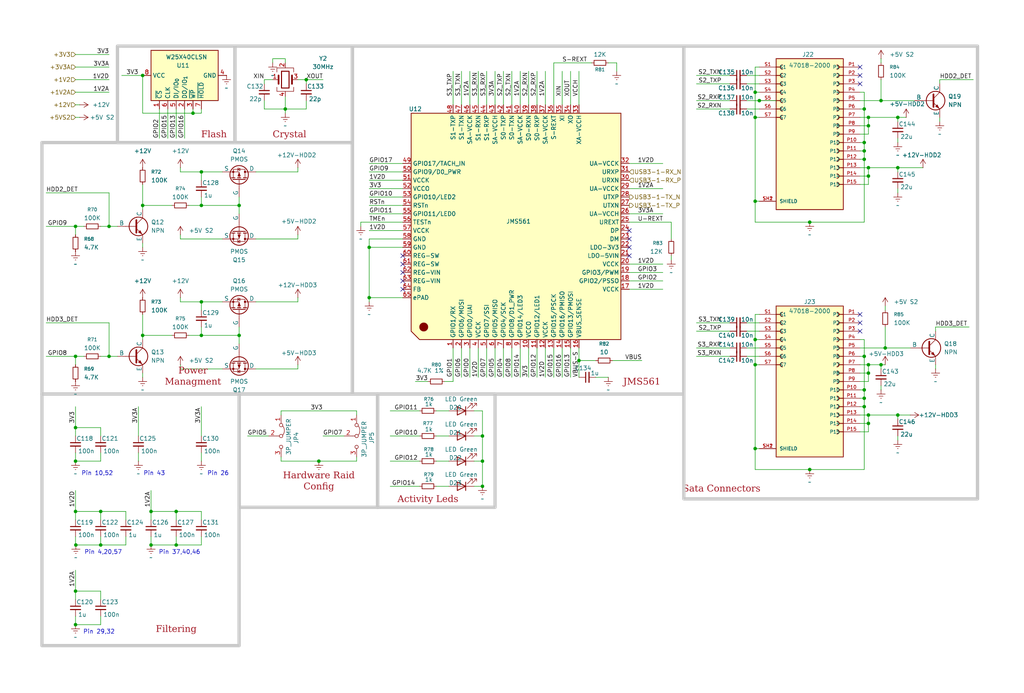
<source format=kicad_sch>
(kicad_sch (version 20250114) (generator "eeschema") (generator_version "9.0")
  (paper "User" 310 210)
  (rectangle (start 114.3 119.38) (end 149.86 153.67) (stroke (width 1) (color 200 200 200 1)))
  (rectangle (start 106.68 13.97) (end 207.01 119.38) (stroke (width 1) (color 200 200 200 1)))
  (rectangle (start 12.7 43.18) (end 106.68 119.38) (stroke (width 1) (color 200 200 200 1)))
  (rectangle (start 12.7 119.38) (end 72.39 195.58) (stroke (width 1) (color 200 200 200 1)))
  (rectangle (start 71.12 13.97) (end 106.68 43.18) (stroke (width 1) (color 200 200 200 1)))
  (rectangle (start 207.01 13.97) (end 295.91 151.13) (stroke (width 1) (color 200 200 200 1)))
  (rectangle (start 72.39 119.38) (end 114.3 153.67) (stroke (width 1) (color 200 200 200 1)))
  (rectangle (start 35.56 13.97) (end 71.12 43.18) (stroke (width 1) (color 200 200 200 1)))
  (text " Pin 26\n" (at 65.532 143.51 0) (effects (font (size 1.27 1.27))))
  (text "Pin 29,32" (at 29.972 191.516 0) (effects (font (size 1.27 1.27))))
  (text " Pin 43" (at 46.228 143.51 0) (effects (font (size 1.27 1.27))))
  (text "Pin 37,40,46" (at 54.356 167.386 0) (effects (font (size 1.27 1.27))))
  (text "Pin 4,20,57" (at 31.242 167.386 0) (effects (font (size 1.27 1.27))))
  (text " Pin 10,52" (at 28.956 143.51 0) (effects (font (size 1.27 1.27))))
  (text_box "Crystal\n" (at 73.66 34.29 0) (size 27.94 9.525) (margins 1.9049 1.9049 1.9049 1.9049) (stroke (width -0.0001)) (effects (font (size 2 2) (thickness 0.3175)) (justify bottom)))
  (text_box "JMS561" (at 180.34 109.22 0) (size 27.94 9.525) (margins 1.9049 1.9049 1.9049 1.9049) (stroke (width -0.0001)) (effects (font (size 2 2) (thickness 0.3175)) (justify bottom)))
  (text_box "Flash\n\n" (at 50.8 34.29 0) (size 27.94 9.525) (margins 1.9049 1.9049 1.9049 1.9049) (stroke (width -0.0001)) (effects (font (size 2 2) (thickness 0.3175)) (justify bottom)))
  (text_box "Sata Connectors\n" (at 204.47 141.605 0) (size 27.94 9.525) (margins 1.9049 1.9049 1.9049 1.9049) (stroke (width -0.0001)) (effects (font (size 2 2) (thickness 0.3175)) (justify bottom)))
  (text_box "Activity Leds\n" (at 115.57 144.78 0) (size 27.94 9.525) (margins 1.9049 1.9049 1.9049 1.9049) (stroke (width -0.0001)) (effects (font (size 2 2) (thickness 0.3175)) (justify bottom)))
  (text_box "Power Managment\n" (at 44.45 109.22 0) (size 27.94 9.525) (margins 1.9049 1.9049 1.9049 1.9049) (stroke (width -0.0001)) (effects (font (size 2 2) (thickness 0.3175)) (justify bottom)))
  (text_box "Hardware Raid \nConfig\n" (at 82.55 140.97 0) (size 27.94 9.525) (margins 1.9049 1.9049 1.9049 1.9049) (stroke (width -0.0001)) (effects (font (size 2 2) (thickness 0.3175)) (justify bottom)))
  (text_box "Filtering" (at 39.37 184.15 0) (size 27.94 9.525) (margins 1.9049 1.9049 1.9049 1.9049) (stroke (width -0.0001)) (effects (font (size 2 2) (thickness 0.3175)) (justify bottom)))
  (junction (at 228.6 135.89))
  (junction (at 43.18 62.23))
  (junction (at 22.86 154.94))
  (junction (at 43.18 22.86))
  (junction (at 22.86 139.7))
  (junction (at 30.48 154.94))
  (junction (at 111.76 74.93))
  (junction (at 22.86 107.95))
  (junction (at 60.96 101.6))
  (junction (at 22.86 189.23))
  (junction (at 261.62 107.95))
  (junction (at 262.89 50.8))
  (junction (at 86.36 33.02))
  (junction (at 92.71 24.13))
  (junction (at 22.86 129.54))
  (junction (at 228.6 35.56))
  (junction (at 228.6 27.94))
  (junction (at 266.7 110.49))
  (junction (at 261.62 118.11))
  (junction (at 245.11 67.31))
  (junction (at 96.52 139.7))
  (junction (at 262.89 53.34))
  (junction (at 22.86 179.07))
  (junction (at 53.34 165.1))
  (junction (at 53.34 154.94))
  (junction (at 261.62 120.65))
  (junction (at 262.89 38.1))
  (junction (at 228.6 102.87))
  (junction (at 262.89 128.27))
  (junction (at 33.02 107.95))
  (junction (at 43.18 101.6))
  (junction (at 228.6 110.49))
  (junction (at 60.96 52.07))
  (junction (at 271.78 35.56))
  (junction (at 72.39 62.23))
  (junction (at 22.86 68.58))
  (junction (at 271.78 125.73))
  (junction (at 146.05 147.32))
  (junction (at 72.39 101.6))
  (junction (at 271.78 50.8))
  (junction (at 229.87 30.48))
  (junction (at 111.76 90.17))
  (junction (at 60.96 91.44))
  (junction (at 33.02 68.58))
  (junction (at 262.89 35.56))
  (junction (at 261.62 33.02))
  (junction (at 146.05 132.08))
  (junction (at 261.62 43.18))
  (junction (at 58.42 34.29))
  (junction (at 228.6 60.96))
  (junction (at 175.26 109.22))
  (junction (at 266.7 30.48))
  (junction (at 262.89 110.49))
  (junction (at 245.11 142.24))
  (junction (at 262.89 125.73))
  (junction (at 45.72 154.94))
  (junction (at 261.62 123.19))
  (junction (at 22.9625 165.1))
  (junction (at 262.89 113.03))
  (junction (at 261.62 45.72))
  (junction (at 30.48 165.1))
  (junction (at 267.97 105.41))
  (junction (at 146.05 139.7))
  (junction (at 60.96 62.23))
  (junction (at 261.62 48.26))
  (junction (at 45.72 165.1))
  (no_connect (at 190.5 69.85))
  (no_connect (at 260.35 25.4))
  (no_connect (at 121.92 82.55))
  (no_connect (at 121.92 77.47))
  (no_connect (at 121.92 85.09))
  (no_connect (at 260.35 20.32))
  (no_connect (at 190.5 74.93))
  (no_connect (at 260.35 22.86))
  (no_connect (at 121.92 80.01))
  (no_connect (at 260.35 100.33))
  (no_connect (at 190.5 77.47))
  (no_connect (at 260.35 95.25))
  (no_connect (at 121.92 87.63))
  (no_connect (at 190.5 72.39))
  (no_connect (at 260.35 97.79))
  (wire (pts (xy 190.5 67.31) (xy 203.2 67.31)))
  (wire (pts (xy 60.96 139.7) (xy 60.96 137.16)))
  (wire (pts (xy 132.08 147.32) (xy 135.89 147.32)))
  (wire (pts (xy 30.48 107.95) (xy 33.02 107.95)))
  (wire (pts (xy 175.26 21.59) (xy 175.26 31.75)))
  (wire (pts (xy 260.35 48.26) (xy 261.62 48.26)))
  (wire (pts (xy 266.7 118.11) (xy 266.7 116.84)))
  (wire (pts (xy 266.7 24.13) (xy 266.7 30.48)))
  (wire (pts (xy 190.5 57.15) (xy 200.66 57.15)))
  (wire (pts (xy 262.89 50.8) (xy 271.78 50.8)))
  (wire (pts (xy 266.7 30.48) (xy 276.86 30.48)))
  (wire (pts (xy 22.86 179.07) (xy 22.86 181.61)))
  (wire (pts (xy 186.69 19.05) (xy 186.69 21.59)))
  (wire (pts (xy 260.35 53.34) (xy 262.89 53.34)))
  (wire (pts (xy 58.42 34.29) (xy 58.42 33.02)))
  (wire (pts (xy 33.02 68.58) (xy 33.02 58.42)))
  (wire (pts (xy 30.48 162.56) (xy 30.48 165.1)))
  (wire (pts (xy 22.86 137.16) (xy 22.86 139.7)))
  (wire (pts (xy 203.2 77.47) (xy 203.2 78.74)))
  (wire (pts (xy 121.92 62.23) (xy 111.76 62.23)))
  (wire (pts (xy 43.18 113.03) (xy 43.18 114.3)))
  (wire (pts (xy 142.24 105.41) (xy 142.24 114.3)))
  (wire (pts (xy 38.1 157.48) (xy 38.1 154.94)))
  (wire (pts (xy 60.96 52.07) (xy 60.96 54.61)))
  (wire (pts (xy 60.96 34.29) (xy 58.42 34.29)))
  (wire (pts (xy 111.76 74.93) (xy 111.76 90.17)))
  (wire (pts (xy 260.35 118.11) (xy 261.62 118.11)))
  (wire (pts (xy 175.26 105.41) (xy 175.26 109.22)))
  (wire (pts (xy 67.31 72.39) (xy 54.61 72.39)))
  (wire (pts (xy 60.96 165.1) (xy 53.34 165.1)))
  (wire (pts (xy 190.5 85.09) (xy 200.66 85.09)))
  (wire (pts (xy 139.7 31.75) (xy 139.7 21.59)))
  (wire (pts (xy 33.02 107.95) (xy 33.02 97.79)))
  (wire (pts (xy 190.5 87.63) (xy 200.66 87.63)))
  (wire (pts (xy 60.96 91.44) (xy 54.61 91.44)))
  (wire (pts (xy 226.06 105.41) (xy 229.87 105.41)))
  (wire (pts (xy 53.34 157.48) (xy 53.34 154.94)))
  (wire (pts (xy 284.48 24.13) (xy 294.64 24.13)))
  (wire (pts (xy 43.18 95.25) (xy 43.18 101.6)))
  (wire (pts (xy 146.05 124.46) (xy 146.05 132.08)))
  (wire (pts (xy 36.83 22.86) (xy 43.18 22.86)))
  (wire (pts (xy 266.7 19.05) (xy 266.7 17.78)))
  (wire (pts (xy 53.34 33.02) (xy 53.34 41.91)))
  (wire (pts (xy 228.6 142.24) (xy 228.6 135.89)))
  (wire (pts (xy 38.1 162.56) (xy 38.1 165.1)))
  (wire (pts (xy 60.96 59.69) (xy 60.96 62.23)))
  (wire (pts (xy 184.15 19.05) (xy 186.69 19.05)))
  (wire (pts (xy 58.42 34.29) (xy 43.18 34.29)))
  (wire (pts (xy 30.48 186.69) (xy 30.48 189.23)))
  (wire (pts (xy 271.78 35.56) (xy 274.32 35.56)))
  (wire (pts (xy 22.9625 165.1) (xy 22.86 165.1)))
  (wire (pts (xy 121.92 49.53) (xy 111.76 49.53)))
  (wire (pts (xy 260.35 30.48) (xy 266.7 30.48)))
  (wire (pts (xy 152.4 105.41) (xy 152.4 114.3)))
  (wire (pts (xy 22.86 16.51) (xy 33.02 16.51)))
  (wire (pts (xy 283.21 99.06) (xy 293.37 99.06)))
  (wire (pts (xy 72.39 101.6) (xy 72.39 104.14)))
  (wire (pts (xy 234.95 30.48) (xy 229.87 30.48)))
  (wire (pts (xy 226.06 25.4) (xy 229.87 25.4)))
  (wire (pts (xy 121.92 52.07) (xy 111.76 52.07)))
  (wire (pts (xy 43.18 73.66) (xy 43.18 74.93)))
  (wire (pts (xy 60.96 52.07) (xy 54.61 52.07)))
  (wire (pts (xy 144.78 105.41) (xy 144.78 114.3)))
  (wire (pts (xy 147.32 105.41) (xy 147.32 114.3)))
  (wire (pts (xy 57.15 101.6) (xy 60.96 101.6)))
  (wire (pts (xy 22.86 31.75) (xy 24.13 31.75)))
  (wire (pts (xy 30.48 132.08) (xy 30.48 129.54)))
  (wire (pts (xy 109.22 68.58) (xy 109.22 67.31)))
  (wire (pts (xy 210.82 33.02) (xy 220.98 33.02)))
  (wire (pts (xy 203.2 72.39) (xy 203.2 67.31)))
  (wire (pts (xy 85.09 139.7) (xy 96.52 139.7)))
  (wire (pts (xy 54.61 50.8) (xy 54.61 52.07)))
  (wire (pts (xy 118.11 147.32) (xy 127 147.32)))
  (wire (pts (xy 245.11 67.31) (xy 228.6 67.31)))
  (wire (pts (xy 228.6 35.56) (xy 228.6 60.96)))
  (wire (pts (xy 228.6 135.89) (xy 228.6 110.49)))
  (wire (pts (xy 132.08 139.7) (xy 135.89 139.7)))
  (wire (pts (xy 262.89 38.1) (xy 262.89 35.56)))
  (wire (pts (xy 229.87 95.25) (xy 228.6 95.25)))
  (wire (pts (xy 167.64 19.05) (xy 167.64 31.75)))
  (wire (pts (xy 13.97 97.79) (xy 33.02 97.79)))
  (wire (pts (xy 210.82 105.41) (xy 220.98 105.41)))
  (wire (pts (xy 53.34 154.94) (xy 45.72 154.94)))
  (wire (pts (xy 260.35 123.19) (xy 261.62 123.19)))
  (wire (pts (xy 80.01 33.02) (xy 86.36 33.02)))
  (wire (pts (xy 22.86 123.19) (xy 22.86 129.54)))
  (wire (pts (xy 261.62 48.26) (xy 261.62 67.31)))
  (wire (pts (xy 90.17 71.12) (xy 90.17 72.39)))
  (wire (pts (xy 262.89 53.34) (xy 262.89 50.8)))
  (wire (pts (xy 60.96 154.94) (xy 53.34 154.94)))
  (wire (pts (xy 22.86 129.54) (xy 22.86 132.08)))
  (wire (pts (xy 261.62 67.31) (xy 245.11 67.31)))
  (wire (pts (xy 43.18 63.5) (xy 43.18 62.23)))
  (wire (pts (xy 60.96 33.02) (xy 60.96 34.29)))
  (wire (pts (xy 22.86 172.72) (xy 22.86 179.07)))
  (wire (pts (xy 30.48 68.58) (xy 33.02 68.58)))
  (wire (pts (xy 226.06 33.02) (xy 229.87 33.02)))
  (wire (pts (xy 262.89 55.88) (xy 262.89 53.34)))
  (wire (pts (xy 30.48 189.23) (xy 22.86 189.23)))
  (wire (pts (xy 48.26 33.02) (xy 48.26 41.91)))
  (wire (pts (xy 175.26 109.22) (xy 175.26 114.3)))
  (wire (pts (xy 261.62 45.72) (xy 261.62 48.26)))
  (wire (pts (xy 229.87 20.32) (xy 228.6 20.32)))
  (wire (pts (xy 85.09 124.46) (xy 107.95 124.46)))
  (wire (pts (xy 261.62 107.95) (xy 261.62 102.87)))
  (wire (pts (xy 22.86 148.59) (xy 22.86 154.94)))
  (wire (pts (xy 60.96 123.19) (xy 60.96 132.08)))
  (wire (pts (xy 92.71 33.02) (xy 92.71 30.48)))
  (wire (pts (xy 85.09 138.43) (xy 85.09 139.7)))
  (wire (pts (xy 260.35 102.87) (xy 261.62 102.87)))
  (wire (pts (xy 121.92 72.39) (xy 111.76 72.39)))
  (wire (pts (xy 125.73 115.57) (xy 129.54 115.57)))
  (wire (pts (xy 43.18 55.88) (xy 43.18 62.23)))
  (wire (pts (xy 228.6 110.49) (xy 228.6 102.87)))
  (wire (pts (xy 45.72 148.59) (xy 45.72 154.94)))
  (wire (pts (xy 60.96 91.44) (xy 67.31 91.44)))
  (wire (pts (xy 260.35 43.18) (xy 261.62 43.18)))
  (wire (pts (xy 271.78 57.15) (xy 271.78 58.42)))
  (wire (pts (xy 267.97 99.06) (xy 267.97 105.41)))
  (wire (pts (xy 266.7 110.49) (xy 267.97 110.49)))
  (wire (pts (xy 43.18 62.23) (xy 52.07 62.23)))
  (wire (pts (xy 77.47 72.39) (xy 90.17 72.39)))
  (wire (pts (xy 228.6 95.25) (xy 228.6 102.87)))
  (wire (pts (xy 262.89 40.64) (xy 262.89 38.1)))
  (wire (pts (xy 228.6 35.56) (xy 229.87 35.56)))
  (wire (pts (xy 134.62 115.57) (xy 137.16 115.57)))
  (wire (pts (xy 154.94 105.41) (xy 154.94 114.3)))
  (wire (pts (xy 111.76 90.17) (xy 111.76 91.44)))
  (wire (pts (xy 210.82 30.48) (xy 220.98 30.48)))
  (wire (pts (xy 271.78 50.8) (xy 279.4 50.8)))
  (wire (pts (xy 260.35 45.72) (xy 261.62 45.72)))
  (wire (pts (xy 262.89 125.73) (xy 271.78 125.73)))
  (wire (pts (xy 139.7 105.41) (xy 139.7 114.3)))
  (wire (pts (xy 92.71 24.13) (xy 97.79 24.13)))
  (wire (pts (xy 149.86 31.75) (xy 149.86 21.59)))
  (wire (pts (xy 260.35 130.81) (xy 262.89 130.81)))
  (wire (pts (xy 86.36 17.78) (xy 86.36 19.05)))
  (wire (pts (xy 260.35 113.03) (xy 262.89 113.03)))
  (wire (pts (xy 228.6 102.87) (xy 229.87 102.87)))
  (wire (pts (xy 80.01 24.13) (xy 82.55 24.13)))
  (wire (pts (xy 157.48 31.75) (xy 157.48 21.59)))
  (wire (pts (xy 229.87 135.89) (xy 228.6 135.89)))
  (wire (pts (xy 165.1 31.75) (xy 165.1 21.59)))
  (wire (pts (xy 260.35 50.8) (xy 262.89 50.8)))
  (wire (pts (xy 190.5 49.53) (xy 200.66 49.53)))
  (wire (pts (xy 82.55 19.05) (xy 82.55 17.78)))
  (wire (pts (xy 172.72 105.41) (xy 172.72 114.3)))
  (wire (pts (xy 228.6 67.31) (xy 228.6 60.96)))
  (wire (pts (xy 118.11 132.08) (xy 127 132.08)))
  (wire (pts (xy 86.36 33.02) (xy 92.71 33.02)))
  (wire (pts (xy 271.78 127) (xy 271.78 125.73)))
  (wire (pts (xy 261.62 142.24) (xy 245.11 142.24)))
  (wire (pts (xy 137.16 31.75) (xy 137.16 21.59)))
  (wire (pts (xy 77.47 52.07) (xy 90.17 52.07)))
  (wire (pts (xy 22.86 20.32) (xy 33.02 20.32)))
  (wire (pts (xy 170.18 105.41) (xy 170.18 114.3)))
  (wire (pts (xy 45.72 154.94) (xy 45.72 157.48)))
  (wire (pts (xy 190.5 64.77) (xy 200.66 64.77)))
  (wire (pts (xy 43.18 101.6) (xy 52.07 101.6)))
  (wire (pts (xy 229.87 60.96) (xy 228.6 60.96)))
  (wire (pts (xy 90.17 110.49) (xy 90.17 111.76)))
  (wire (pts (xy 72.39 62.23) (xy 72.39 59.69)))
  (wire (pts (xy 143.51 124.46) (xy 146.05 124.46)))
  (wire (pts (xy 22.86 107.95) (xy 25.4 107.95)))
  (wire (pts (xy 142.24 31.75) (xy 142.24 21.59)))
  (wire (pts (xy 81.28 132.08) (xy 74.93 132.08)))
  (wire (pts (xy 260.35 120.65) (xy 261.62 120.65)))
  (wire (pts (xy 22.86 24.13) (xy 33.02 24.13)))
  (wire (pts (xy 262.89 35.56) (xy 271.78 35.56)))
  (wire (pts (xy 170.18 31.75) (xy 170.18 21.59)))
  (wire (pts (xy 165.1 105.41) (xy 165.1 114.3)))
  (wire (pts (xy 107.95 139.7) (xy 107.95 138.43)))
  (wire (pts (xy 30.48 165.1) (xy 22.9625 165.1)))
  (wire (pts (xy 271.78 125.73) (xy 275.59 125.73)))
  (wire (pts (xy 261.62 118.11) (xy 261.62 120.65)))
  (wire (pts (xy 210.82 100.33) (xy 220.98 100.33)))
  (wire (pts (xy 41.91 123.19) (xy 41.91 132.08)))
  (wire (pts (xy 30.48 157.48) (xy 30.48 154.94)))
  (wire (pts (xy 284.48 25.4) (xy 284.48 24.13)))
  (wire (pts (xy 144.78 31.75) (xy 144.78 21.59)))
  (wire (pts (xy 30.48 137.16) (xy 30.48 139.7)))
  (wire (pts (xy 260.35 35.56) (xy 262.89 35.56)))
  (wire (pts (xy 77.47 111.76) (xy 90.17 111.76)))
  (wire (pts (xy 54.61 71.12) (xy 54.61 72.39)))
  (wire (pts (xy 53.34 165.1) (xy 45.72 165.1)))
  (wire (pts (xy 60.96 162.56) (xy 60.96 165.1)))
  (wire (pts (xy 80.01 30.48) (xy 80.01 33.02)))
  (wire (pts (xy 132.08 132.08) (xy 135.89 132.08)))
  (wire (pts (xy 229.87 27.94) (xy 228.6 27.94)))
  (wire (pts (xy 167.64 105.41) (xy 167.64 114.3)))
  (wire (pts (xy 266.7 111.76) (xy 266.7 110.49)))
  (wire (pts (xy 30.48 181.61) (xy 30.48 179.07)))
  (wire (pts (xy 109.22 67.31) (xy 121.92 67.31)))
  (wire (pts (xy 149.86 105.41) (xy 149.86 114.3)))
  (wire (pts (xy 261.62 123.19) (xy 261.62 142.24)))
  (wire (pts (xy 92.71 25.4) (xy 92.71 24.13)))
  (wire (pts (xy 260.35 38.1) (xy 262.89 38.1)))
  (wire (pts (xy 121.92 54.61) (xy 111.76 54.61)))
  (wire (pts (xy 190.5 80.01) (xy 200.66 80.01)))
  (wire (pts (xy 96.52 139.7) (xy 107.95 139.7)))
  (wire (pts (xy 261.62 43.18) (xy 261.62 45.72)))
  (wire (pts (xy 22.86 35.56) (xy 24.13 35.56)))
  (wire (pts (xy 271.78 52.07) (xy 271.78 50.8)))
  (wire (pts (xy 143.51 139.7) (xy 146.05 139.7)))
  (wire (pts (xy 90.17 50.8) (xy 90.17 52.07)))
  (wire (pts (xy 146.05 147.32) (xy 143.51 147.32)))
  (wire (pts (xy 43.18 102.87) (xy 43.18 101.6)))
  (wire (pts (xy 60.96 62.23) (xy 72.39 62.23)))
  (wire (pts (xy 60.96 157.48) (xy 60.96 154.94)))
  (wire (pts (xy 283.21 110.49) (xy 283.21 111.76)))
  (wire (pts (xy 271.78 43.18) (xy 271.78 41.91)))
  (wire (pts (xy 262.89 115.57) (xy 262.89 113.03)))
  (wire (pts (xy 210.82 107.95) (xy 220.98 107.95)))
  (wire (pts (xy 160.02 31.75) (xy 160.02 21.59)))
  (wire (pts (xy 245.11 142.24) (xy 228.6 142.24)))
  (wire (pts (xy 22.86 68.58) (xy 25.4 68.58)))
  (wire (pts (xy 30.48 129.54) (xy 22.86 129.54)))
  (wire (pts (xy 190.5 82.55) (xy 200.66 82.55)))
  (wire (pts (xy 146.05 139.7) (xy 146.05 147.32)))
  (wire (pts (xy 45.72 162.56) (xy 45.72 165.1)))
  (wire (pts (xy 41.91 139.7) (xy 41.91 137.16)))
  (wire (pts (xy 22.86 154.94) (xy 22.86 157.48)))
  (wire (pts (xy 55.88 33.02) (xy 55.88 41.91)))
  (wire (pts (xy 180.34 109.22) (xy 175.26 109.22)))
  (wire (pts (xy 38.1 154.94) (xy 30.48 154.94)))
  (wire (pts (xy 228.6 27.94) (xy 228.6 35.56)))
  (wire (pts (xy 13.97 68.58) (xy 22.86 68.58)))
  (wire (pts (xy 261.62 120.65) (xy 261.62 123.19)))
  (wire (pts (xy 90.17 90.17) (xy 90.17 91.44)))
  (wire (pts (xy 260.35 128.27) (xy 262.89 128.27)))
  (wire (pts (xy 262.89 113.03) (xy 262.89 110.49)))
  (wire (pts (xy 111.76 72.39) (xy 111.76 74.93)))
  (wire (pts (xy 60.96 91.44) (xy 60.96 93.98)))
  (wire (pts (xy 137.16 105.41) (xy 137.16 115.57)))
  (wire (pts (xy 260.35 115.57) (xy 262.89 115.57)))
  (wire (pts (xy 22.86 186.69) (xy 22.86 189.23)))
  (wire (pts (xy 30.48 139.7) (xy 22.86 139.7)))
  (wire (pts (xy 97.79 132.08) (xy 104.14 132.08)))
  (wire (pts (xy 226.06 100.33) (xy 229.87 100.33)))
  (wire (pts (xy 67.31 111.76) (xy 54.61 111.76)))
  (wire (pts (xy 43.18 34.29) (xy 43.18 22.86)))
  (wire (pts (xy 260.35 125.73) (xy 262.89 125.73)))
  (wire (pts (xy 284.48 35.56) (xy 284.48 36.83)))
  (wire (pts (xy 30.48 179.07) (xy 22.86 179.07)))
  (wire (pts (xy 260.35 105.41) (xy 267.97 105.41)))
  (wire (pts (xy 13.97 107.95) (xy 22.86 107.95)))
  (wire (pts (xy 185.42 109.22) (xy 194.31 109.22)))
  (wire (pts (xy 180.34 114.3) (xy 184.15 114.3)))
  (wire (pts (xy 85.09 125.73) (xy 85.09 124.46)))
  (wire (pts (xy 172.72 31.75) (xy 172.72 21.59)))
  (wire (pts (xy 22.86 162.56) (xy 22.86 165.1)))
  (wire (pts (xy 121.92 64.77) (xy 111.76 64.77)))
  (wire (pts (xy 262.89 110.49) (xy 266.7 110.49)))
  (wire (pts (xy 262.89 128.27) (xy 262.89 125.73)))
  (wire (pts (xy 72.39 62.23) (xy 72.39 64.77)))
  (wire (pts (xy 77.47 91.44) (xy 90.17 91.44)))
  (wire (pts (xy 90.17 24.13) (xy 92.71 24.13)))
  (wire (pts (xy 260.35 55.88) (xy 262.89 55.88)))
  (wire (pts (xy 283.21 100.33) (xy 283.21 99.06)))
  (wire (pts (xy 226.06 107.95) (xy 229.87 107.95)))
  (wire (pts (xy 57.15 62.23) (xy 60.96 62.23)))
  (wire (pts (xy 262.89 130.81) (xy 262.89 128.27)))
  (wire (pts (xy 82.55 17.78) (xy 86.36 17.78)))
  (wire (pts (xy 22.86 27.94) (xy 33.02 27.94)))
  (wire (pts (xy 118.11 124.46) (xy 127 124.46)))
  (wire (pts (xy 121.92 59.69) (xy 111.76 59.69)))
  (wire (pts (xy 210.82 22.86) (xy 220.98 22.86)))
  (wire (pts (xy 60.96 99.06) (xy 60.96 101.6)))
  (wire (pts (xy 38.1 165.1) (xy 30.48 165.1)))
  (wire (pts (xy 228.6 20.32) (xy 228.6 27.94)))
  (wire (pts (xy 147.32 31.75) (xy 147.32 21.59)))
  (wire (pts (xy 33.02 107.95) (xy 35.56 107.95)))
  (wire (pts (xy 72.39 101.6) (xy 72.39 99.06)))
  (wire (pts (xy 261.62 33.02) (xy 261.62 43.18)))
  (wire (pts (xy 53.34 162.56) (xy 53.34 165.1)))
  (wire (pts (xy 143.51 132.08) (xy 146.05 132.08)))
  (wire (pts (xy 210.82 25.4) (xy 220.98 25.4)))
  (wire (pts (xy 157.48 105.41) (xy 157.48 114.3)))
  (wire (pts (xy 60.96 52.07) (xy 67.31 52.07)))
  (wire (pts (xy 121.92 57.15) (xy 111.76 57.15)))
  (wire (pts (xy 80.01 25.4) (xy 80.01 24.13)))
  (wire (pts (xy 132.08 124.46) (xy 135.89 124.46)))
  (wire (pts (xy 86.36 29.21) (xy 86.36 33.02)))
  (wire (pts (xy 118.11 139.7) (xy 127 139.7)))
  (wire (pts (xy 267.97 105.41) (xy 275.59 105.41)))
  (wire (pts (xy 167.64 19.05) (xy 179.07 19.05)))
  (wire (pts (xy 33.02 68.58) (xy 35.56 68.58)))
  (wire (pts (xy 229.87 110.49) (xy 228.6 110.49)))
  (wire (pts (xy 146.05 132.08) (xy 146.05 139.7)))
  (wire (pts (xy 121.92 90.17) (xy 111.76 90.17)))
  (wire (pts (xy 162.56 31.75) (xy 162.56 21.59)))
  (wire (pts (xy 22.86 110.49) (xy 22.86 107.95)))
  (wire (pts (xy 162.56 105.41) (xy 162.56 114.3)))
  (wire (pts (xy 260.35 40.64) (xy 262.89 40.64)))
  (wire (pts (xy 154.94 31.75) (xy 154.94 21.59)))
  (wire (pts (xy 13.97 58.42) (xy 33.02 58.42)))
  (wire (pts (xy 54.61 90.17) (xy 54.61 91.44)))
  (wire (pts (xy 121.92 74.93) (xy 111.76 74.93)))
  (wire (pts (xy 226.06 22.86) (xy 229.87 22.86)))
  (wire (pts (xy 260.35 110.49) (xy 262.89 110.49)))
  (wire (pts (xy 210.82 97.79) (xy 220.98 97.79)))
  (wire (pts (xy 260.35 33.02) (xy 261.62 33.02)))
  (wire (pts (xy 271.78 36.83) (xy 271.78 35.56)))
  (wire (pts (xy 261.62 107.95) (xy 261.62 118.11)))
  (wire (pts (xy 121.92 69.85) (xy 111.76 69.85)))
  (wire (pts (xy 260.35 27.94) (xy 261.62 27.94)))
  (wire (pts (xy 107.95 124.46) (xy 107.95 125.73)))
  (wire (pts (xy 86.36 33.02) (xy 86.36 34.29)))
  (wire (pts (xy 30.48 154.94) (xy 22.86 154.94)))
  (wire (pts (xy 267.97 93.98) (xy 267.97 92.71)))
  (wire (pts (xy 226.06 30.48) (xy 229.87 30.48)))
  (wire (pts (xy 271.78 132.08) (xy 271.78 133.35)))
  (wire (pts (xy 54.61 110.49) (xy 54.61 111.76)))
  (wire (pts (xy 260.35 107.95) (xy 261.62 107.95)))
  (wire (pts (xy 22.86 71.12) (xy 22.86 68.58)))
  (wire (pts (xy 160.02 105.41) (xy 160.02 114.3)))
  (wire (pts (xy 60.96 101.6) (xy 72.39 101.6)))
  (wire (pts (xy 226.06 97.79) (xy 229.87 97.79)))
  (wire (pts (xy 50.8 33.02) (xy 50.8 41.91)))
  (wire (pts (xy 261.62 33.02) (xy 261.62 27.94)))
  (wire (pts (xy 152.4 31.75) (xy 152.4 21.59)))
  (label "HDD3_DET" (at 283.21 99.06 0))
  (label "GPIO16" (at 55.88 41.91 90))
  (label "3V3A" (at 41.91 128.27 90))
  (label "S2_TXN" (at 154.94 29.21 90))
  (label "VBUS-S" (at 175.26 114.3 90))
  (label "GPIO13" (at 53.34 41.91 90))
  (label "1V2D" (at 165.1 114.3 90))
  (label "1V2D" (at 22.86 153.67 90))
  (label "XIN" (at 80.01 24.13 180))
  (label "1V2A" (at 45.72 153.67 90))
  (label "U-REXT" (at 193.04 67.31 0))
  (label "3V3" (at 160.02 114.3 90))
  (label "1V2D" (at 193.04 49.53 0))
  (label "GPIO2" (at 193.04 85.09 0))
  (label "S3_RXP" (at 147.32 29.21 90))
  (label "GPIO10" (at 119.38 132.08 0))
  (label "GPIO11" (at 111.76 64.77 0))
  (label "3V3" (at 129.54 115.57 180))
  (label "GPIO16" (at 170.18 114.3 90))
  (label "VBUS" (at 194.31 109.22 180))
  (label "GPIO5" (at 149.86 114.3 90))
  (label "3V3" (at 41.91 22.86 180))
  (label "S2_TXP" (at 218.44 25.4 180))
  (label "S2_RXP" (at 218.44 30.48 180))
  (label "GPIO9" (at 111.76 52.07 0))
  (label "S3_TXN" (at 218.44 97.79 180))
  (label "GPIO4" (at 152.4 114.3 90))
  (label "GPIO7" (at 147.32 114.3 90))
  (label "1V2D" (at 111.76 69.85 0))
  (label "S3_TXN" (at 139.7 29.21 90))
  (label "3V3A" (at 193.04 64.77 0))
  (label "RSTn" (at 111.76 62.23 0))
  (label "S-REXT" (at 170.18 19.05 0))
  (label "3V3A" (at 33.02 20.32 180))
  (label "GPIO3" (at 193.04 82.55 0))
  (label "1V2A" (at 142.24 29.21 90))
  (label "TMEn" (at 111.76 67.31 0))
  (label "1V2A" (at 165.1 29.21 90))
  (label "GPIO11" (at 119.38 124.46 0))
  (label "XOUT" (at 172.72 29.21 90))
  (label "1V2A" (at 22.86 177.8 90))
  (label "1V2D" (at 111.76 54.61 0))
  (label "GPIO6" (at 139.7 114.3 90))
  (label "GPIO15" (at 167.64 114.3 90))
  (label "GPIO13" (at 172.72 114.3 90))
  (label "1V2A" (at 33.02 27.94 180))
  (label "GPIO8" (at 20.32 107.95 180))
  (label "HDD2_DET" (at 13.97 58.42 0))
  (label "3V3" (at 33.02 16.51 180))
  (label "GPIO8" (at 154.94 114.3 90))
  (label "XIN" (at 170.18 29.21 90))
  (label "GPIO10" (at 111.76 59.69 0))
  (label "S2_TXN" (at 218.44 22.86 180))
  (label "GPIO5" (at 74.93 132.08 0))
  (label "S3_TXP" (at 137.16 29.21 90))
  (label "GPIO12" (at 119.38 139.7 0))
  (label "S3_RXN" (at 218.44 107.95 180))
  (label "S2_TXP" (at 218.44 100.33 180))
  (label "GPIO9" (at 20.32 68.58 180))
  (label "HDD3_DET" (at 13.97 97.79 0))
  (label "1V2D" (at 193.04 80.01 0))
  (label "GPIO15" (at 50.8 41.91 90))
  (label "GPIO14" (at 157.48 114.3 90))
  (label "3V3" (at 22.86 128.27 90))
  (label "3V3A" (at 60.96 128.27 90))
  (label "XOUT" (at 97.79 24.13 180))
  (label "S2_RXN" (at 160.02 29.21 90))
  (label "1V2A" (at 193.04 57.15 0))
  (label "VCCH" (at 175.26 29.21 90))
  (label "" (at 111.76 72.39 0))
  (label "" (at 111.76 74.93 0))
  (label "S3_RXN" (at 144.78 29.21 90))
  (label "" (at 111.76 90.17 0))
  (label "3V3A" (at 149.86 29.21 90))
  (label "1V2A" (at 157.48 29.21 90))
  (label "HDD2_DET" (at 284.48 24.13 0))
  (label "GPIO14" (at 125.73 147.32 180))
  (label "GPIO17" (at 111.76 49.53 0))
  (label "GPIO1" (at 137.16 114.3 90))
  (label "3V3" (at 111.76 57.15 0))
  (label "3V3" (at 93.98 124.46 0))
  (label "S3_RXP" (at 218.44 105.41 180))
  (label "GPIO12" (at 162.56 114.3 90))
  (label "1V2D" (at 33.02 24.13 180))
  (label "GPIO2" (at 48.26 41.91 90))
  (label "S2_TXP" (at 152.4 29.21 90))
  (label "1V2D" (at 144.78 114.3 90))
  (label "1V2D" (at 193.04 87.63 0))
  (label "GPIO7" (at 97.79 132.08 0))
  (label "S2_RXP" (at 162.56 29.21 90))
  (label "S2_RXN" (at 218.44 33.02 180))
  (label "GPIO0" (at 142.24 114.3 90))
  (hierarchical_label "+3V3" (shape input) (at 22.86 16.51 180))
  (hierarchical_label "USB3-1-TX_P" (shape output) (at 190.5 62.23 0))
  (hierarchical_label "+1V2A" (shape input) (at 22.86 27.94 180))
  (hierarchical_label "USB3-1-TX_N" (shape output) (at 190.5 59.69 0))
  (hierarchical_label "USB3-1-RX_N" (shape input) (at 190.5 52.07 0))
  (hierarchical_label "USB3-1-RX_P" (shape input) (at 190.5 54.61 0))
  (hierarchical_label "+3V3A" (shape input) (at 22.86 20.32 180))
  (hierarchical_label "+12V" (shape input) (at 22.86 31.75 180))
  (hierarchical_label "+5VS2" (shape input) (at 22.86 35.56 180))
  (hierarchical_label "+1V2" (shape input) (at 22.86 24.13 180))
  (symbol (lib_id "power:Earth") (at 41.91 139.7 0) (unit 1)
    (property "Reference" "#PWR0127" (effects (hide yes)))
    (property "Value" "~" (at 41.91 143.51 0))
    (property "Description" "Power symbol creates a global label with name \"Earth\"" (effects (hide yes)))
  )
  (symbol (lib_id "power:Earth") (at 111.76 91.44 0) (unit 1)
    (property "Reference" "#PWR0147" (effects (hide yes)))
    (property "Value" "~" (at 111.76 95.25 0))
    (property "Description" "Power symbol creates a global label with name \"Earth\"" (effects (hide yes)))
  )
  (symbol (lib_id "Simulation_SPICE:NPN") (at 281.94 30.48 0) (unit 1)
    (property "Reference" "Q19" (at 287.02 29.2099 0) (effects (justify left)))
    (property "Value" "NPN" (at 287.02 31.7499 0) (effects (justify left)))
    (property "Footprint" "MMBT3904:P200_SOT-23" (effects (hide yes)))
    (property "Datasheet" "https://ngspice.sourceforge.io/docs/ngspice-html-manual/manual.xhtml#cha_BJTs" (effects (hide yes)))
    (property "Description" "Bipolar transistor symbol for simulation only, substrate tied to the emitter" (effects (hide yes)))
    (property "Sim.Device" "NPN" (effects (hide yes)))
    (property "Sim.Type" "GUMMELPOON" (effects (hide yes)))
    (property "Sim.Pins" "1=C 2=B 3=E" (effects (hide yes)))
  )
  (symbol (lib_id "Device:R_Small") (at 54.61 101.6 90) (unit 1)
    (property "Reference" "R75" (at 54.61 96.52 90) (effects (font (size 1.016 1.016))))
    (property "Value" "100K" (at 54.61 99.06 90))
    (property "Footprint" "Resistor_SMD:R_0603_1608Metric" (effects (hide yes)))
    (property "Description" "Resistor, small symbol" (effects (hide yes)))
  )
  (symbol (lib_id "power:+12V") (at 267.97 110.49 0) (mirror y) (unit 1)
    (property "Reference" "#PWR0157" (effects (hide yes)))
    (property "Value" "+5V-HDD3" (at 262.89 107.188 0) (effects (justify right)))
    (property "Description" "Power symbol creates a global label with name \"+12V\"" (effects (hide yes)))
  )
  (symbol (lib_id "power:Earth") (at 43.18 74.93 0) (unit 1)
    (property "Reference" "#PWR0129" (effects (hide yes)))
    (property "Value" "~" (at 43.18 78.74 0))
    (property "Description" "Power symbol creates a global label with name \"Earth\"" (effects (hide yes)))
  )
  (symbol (lib_id "power:Earth") (at 245.11 142.24 0) (unit 1)
    (property "Reference" "#PWR0153" (effects (hide yes)))
    (property "Value" "~" (at 245.11 146.05 0))
    (property "Description" "Power symbol creates a global label with name \"Earth\"" (effects (hide yes)))
  )
  (symbol (lib_id "Simulation_SPICE:NPN") (at 40.64 68.58 0) (unit 1)
    (property "Reference" "Q12" (at 45.72 67.3099 0) (effects (justify left)))
    (property "Value" "NPN" (at 45.72 69.8499 0) (effects (justify left)))
    (property "Footprint" "MMBT3904:P200_SOT-23" (effects (hide yes)))
    (property "Datasheet" "https://ngspice.sourceforge.io/docs/ngspice-html-manual/manual.xhtml#cha_BJTs" (effects (hide yes)))
    (property "Description" "Bipolar transistor symbol for simulation only, substrate tied to the emitter" (effects (hide yes)))
    (property "Sim.Device" "NPN" (effects (hide yes)))
    (property "Sim.Type" "GUMMELPOON" (effects (hide yes)))
    (property "Sim.Pins" "1=C 2=B 3=E" (effects (hide yes)))
  )
  (symbol (lib_id "Device:C_Small") (at 266.7 114.3 0) (unit 1)
    (property "Reference" "C143" (at 266.954 112.522 0) (effects (justify left)))
    (property "Value" "22u" (at 267.462 116.332 0) (effects (justify left)))
    (property "Footprint" "Capacitor_SMD:C_0603_1608Metric" (effects (hide yes)))
    (property "Description" "Unpolarized capacitor, small symbol" (effects (hide yes)))
  )
  (symbol (lib_id "Device:Crystal_GND24") (at 86.36 24.13 0) (unit 1)
    (property "Reference" "Y2" (at 97.79 17.7098 0))
    (property "Value" "30MHz" (at 97.79 20.2498 0))
    (property "Footprint" "ABM8-30.000MHZ-B2-T:ABM810000MHZ12D2W" (effects (hide yes)))
    (property "Description" "Four pin crystal, GND on pins 2 and 4" (effects (hide yes)))
  )
  (symbol (lib_id "Device:C_Small") (at 53.34 160.02 0) (unit 1)
    (property "Reference" "C127" (at 53.594 158.242 0) (effects (justify left)))
    (property "Value" "100n" (at 54.102 162.052 0) (effects (justify left)))
    (property "Footprint" "Capacitor_SMD:C_0603_1608Metric" (effects (hide yes)))
    (property "Description" "Unpolarized capacitor, small symbol" (effects (hide yes)))
  )
  (symbol (lib_id "Device:R_Small") (at 129.54 132.08 90) (unit 1)
    (property "Reference" "R77" (at 129.54 128.27 90) (effects (font (size 1.016 1.016))))
    (property "Value" "1k" (at 129.794 130.048 90))
    (property "Footprint" "Resistor_SMD:R_0603_1608Metric" (effects (hide yes)))
    (property "Description" "Resistor, small symbol" (effects (hide yes)))
  )
  (symbol (lib_id "Device:LED") (at 139.7 132.08 180) (unit 1)
    (property "Reference" "D21" (at 135.89 131.064 0) (effects (justify right)))
    (property "Value" "LED Green" (at 134.62 128.524 0) (effects (justify right)))
    (property "Footprint" "LED_SMD:LED_0603_1608Metric" (effects (hide yes)))
    (property "Datasheet" "http://optoelectronics.liteon.com/upload/download/DS22-2000-226/LTST-S270KGKT.pdf" (effects (hide yes)))
    (property "Field4" "Digikey " (effects (hide yes)))
    (property "Field5" "LTST-S270KGKT" (effects (hide yes)))
    (property "Field6" "SML-A12M8TT86N" (effects (hide yes)))
    (property "Field7" "Rohm" (effects (hide yes)))
    (property "Field8" "650263301" (effects (hide yes)))
    (property "Part Description" "	Green 572nm LED Indication - Discrete 2.2V 2-SMD, No Lead" (effects (hide yes)))
  )
  (symbol (lib_id "power:Earth") (at 22.9625 165.1 0) (unit 1)
    (property "Reference" "#PWR0124" (effects (hide yes)))
    (property "Value" "~" (at 22.9625 168.91 0))
    (property "Description" "Power symbol creates a global label with name \"Earth\"" (effects (hide yes)))
  )
  (symbol (lib_id "Device:C_Small") (at 22.86 160.02 0) (unit 1)
    (property "Reference" "C119" (at 23.114 158.242 0) (effects (justify left)))
    (property "Value" "100n" (at 23.622 162.052 0) (effects (justify left)))
    (property "Footprint" "Capacitor_SMD:C_0603_1608Metric" (effects (hide yes)))
    (property "Description" "Unpolarized capacitor, small symbol" (effects (hide yes)))
  )
  (symbol (lib_id "power:+12V") (at 279.4 50.8 0) (mirror y) (unit 1)
    (property "Reference" "#PWR0163" (effects (hide yes)))
    (property "Value" "+12V-HDD2" (at 273.05 46.99 0) (effects (justify right)))
    (property "Description" "Power symbol creates a global label with name \"+12V\"" (effects (hide yes)))
  )
  (symbol (lib_id "power:+12V") (at 90.17 110.49 0) (mirror y) (unit 1)
    (property "Reference" "#PWR0144" (effects (hide yes)))
    (property "Value" "+5V-HDD3" (at 85.09 106.934 0) (effects (justify right)))
    (property "Description" "Power symbol creates a global label with name \"+12V\"" (effects (hide yes)))
  )
  (symbol (lib_id "Device:C_Small") (at 45.72 160.02 0) (unit 1)
    (property "Reference" "C126" (at 45.974 158.242 0) (effects (justify left)))
    (property "Value" "1u" (at 46.482 162.052 0) (effects (justify left)))
    (property "Footprint" "Capacitor_SMD:C_0603_1608Metric" (effects (hide yes)))
    (property "Description" "Unpolarized capacitor, small symbol" (effects (hide yes)))
  )
  (symbol (lib_id "Device:C_Small") (at 30.48 160.02 0) (unit 1)
    (property "Reference" "C122" (at 30.734 158.242 0) (effects (justify left)))
    (property "Value" "100n" (at 31.242 162.052 0) (effects (justify left)))
    (property "Footprint" "Capacitor_SMD:C_0603_1608Metric" (effects (hide yes)))
    (property "Description" "Unpolarized capacitor, small symbol" (effects (hide yes)))
  )
  (symbol (lib_id "Device:C_Small") (at 60.96 57.15 0) (unit 1)
    (property "Reference" "C128" (at 61.214 55.372 0) (effects (justify left)))
    (property "Value" "1u" (at 61.722 59.182 0) (effects (justify left)))
    (property "Footprint" "Capacitor_SMD:C_0603_1608Metric" (effects (hide yes)))
    (property "Description" "Unpolarized capacitor, small symbol" (effects (hide yes)))
  )
  (symbol (lib_id "power:Earth") (at 109.22 68.58 0) (unit 1)
    (property "Reference" "#PWR0146" (effects (hide yes)))
    (property "Value" "~" (at 109.22 72.39 0))
    (property "Description" "Power symbol creates a global label with name \"Earth\"" (effects (hide yes)))
  )
  (symbol (lib_id "Device:C_Small") (at 223.52 97.79 90) (unit 1)
    (property "Reference" "C139" (at 222.504 96.774 90) (effects (justify left)))
    (property "Value" "10n" (at 228.092 96.774 90) (effects (justify left)))
    (property "Footprint" "Capacitor_SMD:C_0603_1608Metric" (effects (hide yes)))
    (property "Description" "Unpolarized capacitor, small symbol" (effects (hide yes)))
  )
  (symbol (lib_id "Device:R_Small") (at 22.86 113.03 0) (unit 1)
    (property "Reference" "R69" (at 25.4 111.7599 0) (effects (font (size 1.016 1.016)) (justify left)))
    (property "Value" "4.7K" (at 25.4 114.2999 0) (effects (justify left)))
    (property "Footprint" "Resistor_SMD:R_0603_1608Metric" (effects (hide yes)))
    (property "Description" "Resistor, small symbol" (effects (hide yes)))
  )
  (symbol (lib_id "Device:C_Small") (at 223.52 107.95 90) (mirror x) (unit 1)
    (property "Reference" "C142" (at 222.504 109.22 90) (effects (justify left)))
    (property "Value" "10n" (at 228.092 109.22 90) (effects (justify left)))
    (property "Footprint" "Capacitor_SMD:C_0603_1608Metric" (effects (hide yes)))
    (property "Description" "Unpolarized capacitor, small symbol" (effects (hide yes)))
  )
  (symbol (lib_id "Simulation_SPICE:PMOS") (at 72.39 69.85 270) (unit 1)
    (property "Reference" "Q15" (at 72.39 78.74 90))
    (property "Value" "PMOS" (at 72.39 76.2 90))
    (property "Footprint" "AOSS21311C:SOT95P237X117-3N" (effects (hide yes)))
    (property "Datasheet" "https://ngspice.sourceforge.io/docs/ngspice-html-manual/manual.xhtml#cha_MOSFETs" (effects (hide yes)))
    (property "Description" "P-MOSFET transistor, drain/source/gate" (effects (hide yes)))
    (property "Sim.Device" "PMOS" (effects (hide yes)))
    (property "Sim.Type" "VDMOS" (effects (hide yes)))
    (property "Sim.Pins" "1=D 2=G 3=S" (effects (hide yes)))
  )
  (symbol (lib_id "Device:C_Small") (at 271.78 39.37 0) (unit 1)
    (property "Reference" "C144" (at 272.034 37.592 0) (effects (justify left)))
    (property "Value" "22u" (at 272.542 41.402 0) (effects (justify left)))
    (property "Footprint" "Capacitor_SMD:C_0603_1608Metric" (effects (hide yes)))
    (property "Description" "Unpolarized capacitor, small symbol" (effects (hide yes)))
  )
  (symbol (lib_id "Device:C_Small") (at 60.96 160.02 0) (unit 1)
    (property "Reference" "C131" (at 61.214 158.242 0) (effects (justify left)))
    (property "Value" "100n" (at 61.722 162.052 0) (effects (justify left)))
    (property "Footprint" "Capacitor_SMD:C_0603_1608Metric" (effects (hide yes)))
    (property "Description" "Unpolarized capacitor, small symbol" (effects (hide yes)))
  )
  (symbol (lib_id "power:Earth") (at 45.72 165.1 0) (unit 1)
    (property "Reference" "#PWR0132" (effects (hide yes)))
    (property "Value" "~" (at 45.72 168.91 0))
    (property "Description" "Power symbol creates a global label with name \"Earth\"" (effects (hide yes)))
  )
  (symbol (lib_id "Device:R_Small") (at 27.94 68.58 270) (unit 1)
    (property "Reference" "R70" (at 27.94 63.5 90) (effects (font (size 1.016 1.016))))
    (property "Value" "100K" (at 27.94 66.04 90))
    (property "Footprint" "Resistor_SMD:R_0603_1608Metric" (effects (hide yes)))
    (property "Description" "Resistor, small symbol" (effects (hide yes)))
  )
  (symbol (lib_id "Device:C_Small") (at 30.48 134.62 0) (unit 1)
    (property "Reference" "C121" (at 30.734 132.842 0) (effects (justify left)))
    (property "Value" "100n" (at 31.242 136.652 0) (effects (justify left)))
    (property "Footprint" "Capacitor_SMD:C_0603_1608Metric" (effects (hide yes)))
    (property "Description" "Unpolarized capacitor, small symbol" (effects (hide yes)))
  )
  (symbol (lib_id "Device:R_Small") (at 43.18 92.71 180) (unit 1)
    (property "Reference" "R73" (at 45.72 91.4399 0) (effects (font (size 1.016 1.016)) (justify right)))
    (property "Value" "100K" (at 45.72 93.9799 0) (effects (justify right)))
    (property "Footprint" "Resistor_SMD:R_0603_1608Metric" (effects (hide yes)))
    (property "Description" "Resistor, small symbol" (effects (hide yes)))
  )
  (symbol (lib_id "Device:LED") (at 139.7 139.7 180) (unit 1)
    (property "Reference" "D22" (at 135.89 138.684 0) (effects (justify right)))
    (property "Value" "LED Green" (at 134.62 136.144 0) (effects (justify right)))
    (property "Footprint" "LED_SMD:LED_0603_1608Metric" (effects (hide yes)))
    (property "Datasheet" "http://optoelectronics.liteon.com/upload/download/DS22-2000-226/LTST-S270KGKT.pdf" (effects (hide yes)))
    (property "Field4" "Digikey " (effects (hide yes)))
    (property "Field5" "LTST-S270KGKT" (effects (hide yes)))
    (property "Field6" "SML-A12M8TT86N" (effects (hide yes)))
    (property "Field7" "Rohm" (effects (hide yes)))
    (property "Field8" "650263301" (effects (hide yes)))
    (property "Part Description" "	Green 572nm LED Indication - Discrete 2.2V 2-SMD, No Lead" (effects (hide yes)))
  )
  (symbol (lib_id "Device:R_Small") (at 129.54 124.46 90) (unit 1)
    (property "Reference" "R76" (at 129.794 120.904 90) (effects (font (size 1.016 1.016))))
    (property "Value" "1k" (at 129.794 122.428 90))
    (property "Footprint" "Resistor_SMD:R_0603_1608Metric" (effects (hide yes)))
    (property "Description" "Resistor, small symbol" (effects (hide yes)))
  )
  (symbol (lib_id "Device:C_Small") (at 60.96 134.62 0) (unit 1)
    (property "Reference" "C130" (at 61.214 132.842 0) (effects (justify left)))
    (property "Value" "100n" (at 61.722 136.652 0) (effects (justify left)))
    (property "Footprint" "Capacitor_SMD:C_0603_1608Metric" (effects (hide yes)))
    (property "Description" "Unpolarized capacitor, small symbol" (effects (hide yes)))
  )
  (symbol (lib_id "Device:C_Small") (at 223.52 33.02 90) (mirror x) (unit 1)
    (property "Reference" "C138" (at 222.504 34.29 90) (effects (justify left)))
    (property "Value" "10n" (at 228.092 34.29 90) (effects (justify left)))
    (property "Footprint" "Capacitor_SMD:C_0603_1608Metric" (effects (hide yes)))
    (property "Description" "Unpolarized capacitor, small symbol" (effects (hide yes)))
  )
  (symbol (lib_id "Simulation_SPICE:PMOS") (at 72.39 109.22 270) (unit 1)
    (property "Reference" "Q17" (at 72.39 118.11 90))
    (property "Value" "PMOS" (at 72.39 115.57 90))
    (property "Footprint" "AOSS21311C:SOT95P237X117-3N" (effects (hide yes)))
    (property "Datasheet" "https://ngspice.sourceforge.io/docs/ngspice-html-manual/manual.xhtml#cha_MOSFETs" (effects (hide yes)))
    (property "Description" "P-MOSFET transistor, drain/source/gate" (effects (hide yes)))
    (property "Sim.Device" "PMOS" (effects (hide yes)))
    (property "Sim.Type" "VDMOS" (effects (hide yes)))
    (property "Sim.Pins" "1=D 2=G 3=S" (effects (hide yes)))
  )
  (symbol (lib_id "power:Earth") (at 22.86 189.23 0) (unit 1)
    (property "Reference" "#PWR0123" (effects (hide yes)))
    (property "Value" "~" (at 22.86 193.04 0))
    (property "Description" "Power symbol creates a global label with name \"Earth\"" (effects (hide yes)))
  )
  (symbol (lib_id "Device:R_Small") (at 267.97 96.52 0) (unit 1)
    (property "Reference" "R85" (at 270.51 95.2499 0) (effects (font (size 1.016 1.016)) (justify left)))
    (property "Value" "100K" (at 270.51 97.7899 0) (effects (justify left)))
    (property "Footprint" "Resistor_SMD:R_0603_1608Metric" (effects (hide yes)))
    (property "Description" "Resistor, small symbol" (effects (hide yes)))
  )
  (symbol (lib_id "power:+12V") (at 54.61 90.17 0) (unit 1)
    (property "Reference" "#PWR0135" (effects (hide yes)))
    (property "Value" "+12V" (at 54.61 85.09 0))
    (property "Description" "Power symbol creates a global label with name \"+12V\"" (effects (hide yes)))
  )
  (symbol (lib_id "power:+12V") (at 24.13 31.75 270) (unit 1)
    (property "Reference" "#PWR0125" (effects (hide yes)))
    (property "Value" "+12V" (at 27.94 31.7499 90) (effects (justify left)))
    (property "Description" "Power symbol creates a global label with name \"+12V\"" (effects (hide yes)))
  )
  (symbol (lib_id "power:Earth") (at 245.11 67.31 0) (unit 1)
    (property "Reference" "#PWR0152" (effects (hide yes)))
    (property "Value" "~" (at 245.11 71.12 0))
    (property "Description" "Power symbol creates a global label with name \"Earth\"" (effects (hide yes)))
  )
  (symbol (lib_id "Device:C_Small") (at 60.96 96.52 0) (unit 1)
    (property "Reference" "C129" (at 61.214 94.742 0) (effects (justify left)))
    (property "Value" "1u" (at 61.722 98.552 0) (effects (justify left)))
    (property "Footprint" "Capacitor_SMD:C_0603_1608Metric" (effects (hide yes)))
    (property "Description" "Unpolarized capacitor, small symbol" (effects (hide yes)))
  )
  (symbol (lib_id "Device:R_Small") (at 22.86 73.66 0) (unit 1)
    (property "Reference" "R68" (at 25.4 72.3899 0) (effects (font (size 1.016 1.016)) (justify left)))
    (property "Value" "4.7K" (at 25.4 74.9299 0) (effects (justify left)))
    (property "Footprint" "Resistor_SMD:R_0603_1608Metric" (effects (hide yes)))
    (property "Description" "Resistor, small symbol" (effects (hide yes)))
  )
  (symbol (lib_id "Device:R_Small") (at 182.88 109.22 90) (unit 1)
    (property "Reference" "R82" (at 182.88 104.14 90) (effects (font (size 1.016 1.016))))
    (property "Value" "10" (at 182.88 106.68 90))
    (property "Footprint" "Resistor_SMD:R_0603_1608Metric" (effects (hide yes)))
    (property "Description" "Resistor, small symbol" (effects (hide yes)))
  )
  (symbol (lib_id "Device:R_Small") (at 181.61 19.05 90) (unit 1)
    (property "Reference" "R81" (at 181.61 21.082 90) (effects (font (size 1.016 1.016))))
    (property "Value" "12K" (at 181.61 16.51 90))
    (property "Footprint" "Resistor_SMD:R_0603_1608Metric" (effects (hide yes)))
    (property "Description" "Resistor, small symbol" (effects (hide yes)))
  )
  (symbol (lib_id "power:Earth") (at 22.86 76.2 0) (unit 1)
    (property "Reference" "#PWR0120" (effects (hide yes)))
    (property "Value" "~" (at 22.86 80.01 0))
    (property "Description" "Power symbol creates a global label with name \"Earth\"" (effects (hide yes)))
  )
  (symbol (lib_id "Device:C_Small") (at 223.52 25.4 90) (mirror x) (unit 1)
    (property "Reference" "C136" (at 222.504 26.67 90) (effects (justify left)))
    (property "Value" "10n" (at 228.092 26.67 90) (effects (justify left)))
    (property "Footprint" "Capacitor_SMD:C_0603_1608Metric" (effects (hide yes)))
    (property "Description" "Unpolarized capacitor, small symbol" (effects (hide yes)))
  )
  (symbol (lib_id "Device:C_Small") (at 92.71 27.94 0) (unit 1)
    (property "Reference" "C133" (at 92.964 26.162 0) (effects (justify left)))
    (property "Value" "22p" (at 93.472 29.972 0) (effects (justify left)))
    (property "Footprint" "Capacitor_SMD:C_0603_1608Metric" (effects (hide yes)))
    (property "Description" "Unpolarized capacitor, small symbol" (effects (hide yes)))
  )
  (symbol (lib_id "power:+12V") (at 275.59 125.73 270) (mirror x) (unit 1)
    (property "Reference" "#PWR0162" (effects (hide yes)))
    (property "Value" "+12V-HDD3" (at 290.068 125.73 90) (effects (justify right)))
    (property "Description" "Power symbol creates a global label with name \"+12V\"" (effects (hide yes)))
  )
  (symbol (lib_id "power:Earth") (at 68.58 22.86 0) (unit 1)
    (property "Reference" "#PWR0138" (effects (hide yes)))
    (property "Value" "~" (at 68.58 26.67 0))
    (property "Description" "Power symbol creates a global label with name \"Earth\"" (effects (hide yes)))
  )
  (symbol (lib_id "Device:C_Small") (at 30.48 184.15 0) (unit 1)
    (property "Reference" "C123" (at 30.734 182.372 0) (effects (justify left)))
    (property "Value" "100n" (at 31.242 186.182 0) (effects (justify left)))
    (property "Footprint" "Capacitor_SMD:C_0603_1608Metric" (effects (hide yes)))
    (property "Description" "Unpolarized capacitor, small symbol" (effects (hide yes)))
  )
  (symbol (lib_id "power:Earth") (at 96.52 139.7 0) (unit 1)
    (property "Reference" "#PWR0145" (effects (hide yes)))
    (property "Value" "~" (at 96.52 143.51 0))
    (property "Description" "Power symbol creates a global label with name \"Earth\"" (effects (hide yes)))
  )
  (symbol (lib_id "JMS561:JMS561") (at 124.46 34.29 0) (unit 1)
    (property "Reference" "U12" (at 125.73 33.02 0))
    (property "Value" "JMS561" (at 156.972 67.056 0))
    (property "Footprint" "Package_DFN_QFN:QFN-64-1EP_8x8mm_P0.4mm_EP6.5x6.5mm" (effects (hide yes)))
    (property "Description" "JMS561 is a SuperSpeed USB 5Gb/s to dual SATA 6Gb/s bridge controller, which also supports various application configurations." (effects (hide yes)))
  )
  (symbol (lib_id "power:+12V") (at 54.61 50.8 0) (unit 1)
    (property "Reference" "#PWR0133" (effects (hide yes)))
    (property "Value" "+12V" (at 54.61 45.72 0))
    (property "Description" "Power symbol creates a global label with name \"+12V\"" (effects (hide yes)))
  )
  (symbol (lib_id "Device:R_Small") (at 27.94 107.95 270) (unit 1)
    (property "Reference" "R71" (at 27.94 102.87 90) (effects (font (size 1.016 1.016))))
    (property "Value" "100K" (at 27.94 105.41 90))
    (property "Footprint" "Resistor_SMD:R_0603_1608Metric" (effects (hide yes)))
    (property "Description" "Resistor, small symbol" (effects (hide yes)))
  )
  (symbol (lib_id "power:Earth") (at 266.7 118.11 0) (unit 1)
    (property "Reference" "#PWR0155" (effects (hide yes)))
    (property "Value" "~" (at 266.7 121.92 0))
    (property "Description" "Power symbol creates a global label with name \"Earth\"" (effects (hide yes)))
  )
  (symbol (lib_id "power:+12V") (at 43.18 50.8 0) (unit 1)
    (property "Reference" "#PWR0128" (effects (hide yes)))
    (property "Value" "+12V" (at 43.18 45.72 0))
    (property "Description" "Power symbol creates a global label with name \"+12V\"" (effects (hide yes)))
  )
  (symbol (lib_id "47018-2000:47018-2000") (at 245.11 40.64 0) (unit 1)
    (property "Reference" "J22" (at 244.602 16.51 0))
    (property "Value" "47018-2000" (at 245.11 19.812 0))
    (property "Footprint" "47018-2000:MOLEX_47018-2000" (effects (hide yes)))
    (property "MF" "Molex" (effects (hide yes)))
    (property "MAXIMUM_PACKAGE_HEIGHT" "5.15mm" (effects (hide yes)))
    (property "Package" "None" (effects (hide yes)))
    (property "Price" "None" (effects (hide yes)))
    (property "Check_prices" "https://www.snapeda.com/parts/470182000/Molex/view-part/?ref=eda" (effects (hide yes)))
    (property "STANDARD" "Manufacturer Recommendations" (effects (hide yes)))
    (property "PARTREV" "M" (effects (hide yes)))
    (property "SnapEDA_Link" "https://www.snapeda.com/parts/470182000/Molex/view-part/?ref=snap" (effects (hide yes)))
    (property "MP" "470182000" (effects (hide yes)))
    (property "Description_1" "22 Position SATA Receptacle Connector Solder Surface Mount, Right Angle" (effects (hide yes)))
    (property "SNAPEDA_PN" "0470184000" (effects (hide yes)))
    (property "Availability" "In Stock" (effects (hide yes)))
    (property "MANUFACTURER" "Molex" (effects (hide yes)))
  )
  (symbol (lib_id "power:+12V") (at 267.97 92.71 0) (unit 1)
    (property "Reference" "#PWR0156" (effects (hide yes)))
    (property "Value" "+5V S2" (at 270.51 91.4399 0) (effects (justify left)))
    (property "Description" "Power symbol creates a global label with name \"+12V\"" (effects (hide yes)))
  )
  (symbol (lib_id "Device:LED") (at 139.7 124.46 180) (unit 1)
    (property "Reference" "D20" (at 135.89 123.444 0) (effects (justify right)))
    (property "Value" "LED Green" (at 134.62 120.904 0) (effects (justify right)))
    (property "Footprint" "LED_SMD:LED_0603_1608Metric" (effects (hide yes)))
    (property "Datasheet" "http://optoelectronics.liteon.com/upload/download/DS22-2000-226/LTST-S270KGKT.pdf" (effects (hide yes)))
    (property "Field4" "Digikey " (effects (hide yes)))
    (property "Field5" "LTST-S270KGKT" (effects (hide yes)))
    (property "Field6" "SML-A12M8TT86N" (effects (hide yes)))
    (property "Field7" "Rohm" (effects (hide yes)))
    (property "Field8" "650263301" (effects (hide yes)))
    (property "Part Description" "	Green 572nm LED Indication - Discrete 2.2V 2-SMD, No Lead" (effects (hide yes)))
  )
  (symbol (lib_id "Device:C_Small") (at 271.78 129.54 0) (unit 1)
    (property "Reference" "C146" (at 272.034 127.762 0) (effects (justify left)))
    (property "Value" "22u" (at 272.542 131.572 0) (effects (justify left)))
    (property "Footprint" "Capacitor_SMD:C_0603_1608Metric" (effects (hide yes)))
    (property "Description" "Unpolarized capacitor, small symbol" (effects (hide yes)))
  )
  (symbol (lib_id "Simulation_SPICE:PMOS") (at 72.39 93.98 270) (mirror x) (unit 1)
    (property "Reference" "Q16" (at 72.39 85.09 90))
    (property "Value" "PMOS" (at 72.39 87.63 90))
    (property "Footprint" "AOSS21311C:SOT95P237X117-3N" (effects (hide yes)))
    (property "Datasheet" "https://ngspice.sourceforge.io/docs/ngspice-html-manual/manual.xhtml#cha_MOSFETs" (effects (hide yes)))
    (property "Description" "P-MOSFET transistor, drain/source/gate" (effects (hide yes)))
    (property "Sim.Device" "PMOS" (effects (hide yes)))
    (property "Sim.Type" "VDMOS" (effects (hide yes)))
    (property "Sim.Pins" "1=D 2=G 3=S" (effects (hide yes)))
  )
  (symbol (lib_id "power:+12V") (at 266.7 17.78 0) (unit 1)
    (property "Reference" "#PWR0154" (effects (hide yes)))
    (property "Value" "+5V S2" (at 269.24 16.5099 0) (effects (justify left)))
    (property "Description" "Power symbol creates a global label with name \"+12V\"" (effects (hide yes)))
  )
  (symbol (lib_id "power:+12V") (at 90.17 71.12 0) (mirror y) (unit 1)
    (property "Reference" "#PWR0142" (effects (hide yes)))
    (property "Value" "+5V-HDD2" (at 85.09 67.056 0) (effects (justify right)))
    (property "Description" "Power symbol creates a global label with name \"+12V\"" (effects (hide yes)))
  )
  (symbol (lib_id "Device:R_Small") (at 203.2 74.93 0) (mirror x) (unit 1)
    (property "Reference" "R83" (at 200.66 73.6599 0) (effects (font (size 1.016 1.016)) (justify right)))
    (property "Value" "12K" (at 200.66 76.1999 0) (effects (justify right)))
    (property "Footprint" "Resistor_SMD:R_0603_1608Metric" (effects (hide yes)))
    (property "Description" "Resistor, small symbol" (effects (hide yes)))
  )
  (symbol (lib_id "Device:R_Small") (at 132.08 115.57 90) (unit 1)
    (property "Reference" "R80" (at 132.08 110.49 90) (effects (font (size 1.016 1.016))))
    (property "Value" "4.7K 1%" (at 130.302 112.268 90))
    (property "Footprint" "Resistor_SMD:R_0603_1608Metric" (effects (hide yes)))
    (property "Description" "Resistor, small symbol" (effects (hide yes)))
  )
  (symbol (lib_id "Jumper:Jumper_3_Bridged12") (at 107.95 132.08 270) (unit 1) (in_bom no)
    (property "Reference" "JP5" (at 112.522 130.81 0) (effects (justify left)))
    (property "Value" "3P_JUMPER" (at 110.236 127.508 0) (effects (justify left)))
    (property "Footprint" "Connector_PinHeader_2.54mm:PinHeader_1x03_P2.54mm_Vertical" (effects (hide yes)))
    (property "Description" "Jumper, 3-pole, pins 1+2 closed/bridged" (effects (hide yes)))
  )
  (symbol (lib_id "Device:R_Small") (at 43.18 53.34 180) (unit 1)
    (property "Reference" "R72" (at 45.72 52.0699 0) (effects (font (size 1.016 1.016)) (justify right)))
    (property "Value" "100K" (at 45.72 54.6099 0) (effects (justify right)))
    (property "Footprint" "Resistor_SMD:R_0603_1608Metric" (effects (hide yes)))
    (property "Description" "Resistor, small symbol" (effects (hide yes)))
  )
  (symbol (lib_id "Memory_Flash:W25X40CLSN") (at 55.88 22.86 90) (unit 1)
    (property "Reference" "U11" (at 57.404 19.812 90) (effects (justify left)))
    (property "Value" "W25X40CLSN" (at 62.738 17.272 90) (effects (justify left)))
    (property "Footprint" "Package_SO:SOIC-8_3.9x4.9mm_P1.27mm" (effects (hide yes)))
    (property "Datasheet" "https://www.winbond.com/resource-files/W25X40CL_G%2020210505.pdf" (effects (hide yes)))
    (property "Description" "4Mbit / 512KiB Serial Flash memory, Standard/Dual I/O SPI, 2.3-3.6V, SOIC-8 (150 mil)" (effects (hide yes)))
  )
  (symbol (lib_id "power:+12V") (at 43.18 90.17 0) (unit 1)
    (property "Reference" "#PWR0130" (effects (hide yes)))
    (property "Value" "+12V" (at 43.18 85.09 0))
    (property "Description" "Power symbol creates a global label with name \"+12V\"" (effects (hide yes)))
  )
  (symbol (lib_id "Device:C_Small") (at 223.52 30.48 90) (unit 1)
    (property "Reference" "C137" (at 222.504 29.464 90) (effects (justify left)))
    (property "Value" "10n" (at 228.092 29.464 90) (effects (justify left)))
    (property "Footprint" "Capacitor_SMD:C_0603_1608Metric" (effects (hide yes)))
    (property "Description" "Unpolarized capacitor, small symbol" (effects (hide yes)))
  )
  (symbol (lib_id "power:Earth") (at 146.05 147.32 0) (unit 1)
    (property "Reference" "#PWR0148" (effects (hide yes)))
    (property "Value" "~" (at 146.05 151.13 0))
    (property "Description" "Power symbol creates a global label with name \"Earth\"" (effects (hide yes)))
  )
  (symbol (lib_id "power:Earth") (at 271.78 58.42 0) (unit 1)
    (property "Reference" "#PWR0159" (effects (hide yes)))
    (property "Value" "~" (at 271.78 62.23 0))
    (property "Description" "Power symbol creates a global label with name \"Earth\"" (effects (hide yes)))
  )
  (symbol (lib_id "power:Earth") (at 43.18 114.3 0) (unit 1)
    (property "Reference" "#PWR0131" (effects (hide yes)))
    (property "Value" "~" (at 43.18 118.11 0))
    (property "Description" "Power symbol creates a global label with name \"Earth\"" (effects (hide yes)))
  )
  (symbol (lib_id "Simulation_SPICE:NPN") (at 280.67 105.41 0) (unit 1)
    (property "Reference" "Q18" (at 285.75 104.1399 0) (effects (justify left)))
    (property "Value" "NPN" (at 285.75 106.6799 0) (effects (justify left)))
    (property "Footprint" "MMBT3904:P200_SOT-23" (effects (hide yes)))
    (property "Datasheet" "https://ngspice.sourceforge.io/docs/ngspice-html-manual/manual.xhtml#cha_BJTs" (effects (hide yes)))
    (property "Description" "Bipolar transistor symbol for simulation only, substrate tied to the emitter" (effects (hide yes)))
    (property "Sim.Device" "NPN" (effects (hide yes)))
    (property "Sim.Type" "GUMMELPOON" (effects (hide yes)))
    (property "Sim.Pins" "1=C 2=B 3=E" (effects (hide yes)))
  )
  (symbol (lib_id "Device:C_Small") (at 22.86 134.62 0) (unit 1)
    (property "Reference" "C118" (at 23.114 132.842 0) (effects (justify left)))
    (property "Value" "100n" (at 23.622 136.652 0) (effects (justify left)))
    (property "Footprint" "Capacitor_SMD:C_0603_1608Metric" (effects (hide yes)))
    (property "Description" "Unpolarized capacitor, small symbol" (effects (hide yes)))
  )
  (symbol (lib_id "Jumper:Jumper_3_Bridged12") (at 85.09 132.08 270) (unit 1) (in_bom no)
    (property "Reference" "JP4" (at 89.662 130.81 0) (effects (justify left)))
    (property "Value" "3P_JUMPER" (at 87.376 126.746 0) (effects (justify left)))
    (property "Footprint" "Connector_PinHeader_2.54mm:PinHeader_1x03_P2.54mm_Vertical" (effects (hide yes)))
    (property "Description" "Jumper, 3-pole, pins 1+2 closed/bridged" (effects (hide yes)))
  )
  (symbol (lib_id "power:Earth") (at 271.78 133.35 0) (unit 1)
    (property "Reference" "#PWR0160" (effects (hide yes)))
    (property "Value" "~" (at 271.78 137.16 0))
    (property "Description" "Power symbol creates a global label with name \"Earth\"" (effects (hide yes)))
  )
  (symbol (lib_id "power:Earth") (at 271.78 43.18 0) (unit 1)
    (property "Reference" "#PWR0158" (effects (hide yes)))
    (property "Value" "~" (at 271.78 46.99 0))
    (property "Description" "Power symbol creates a global label with name \"Earth\"" (effects (hide yes)))
  )
  (symbol (lib_id "power:Earth") (at 284.48 36.83 0) (unit 1)
    (property "Reference" "#PWR0165" (effects (hide yes)))
    (property "Value" "~" (at 284.48 40.64 0))
    (property "Description" "Power symbol creates a global label with name \"Earth\"" (effects (hide yes)))
  )
  (symbol (lib_id "Device:R_Small") (at 54.61 62.23 90) (unit 1)
    (property "Reference" "R74" (at 54.61 57.15 90) (effects (font (size 1.016 1.016))))
    (property "Value" "100K" (at 54.61 59.69 90))
    (property "Footprint" "Resistor_SMD:R_0603_1608Metric" (effects (hide yes)))
    (property "Description" "Resistor, small symbol" (effects (hide yes)))
  )
  (symbol (lib_id "Device:C_Small") (at 22.86 184.15 0) (unit 1)
    (property "Reference" "C120" (at 23.114 182.372 0) (effects (justify left)))
    (property "Value" "1u" (at 23.622 186.182 0) (effects (justify left)))
    (property "Footprint" "Capacitor_SMD:C_0603_1608Metric" (effects (hide yes)))
    (property "Description" "Unpolarized capacitor, small symbol" (effects (hide yes)))
  )
  (symbol (lib_id "power:Earth") (at 60.96 139.7 0) (unit 1)
    (property "Reference" "#PWR0137" (effects (hide yes)))
    (property "Value" "~" (at 60.96 143.51 0))
    (property "Description" "Power symbol creates a global label with name \"Earth\"" (effects (hide yes)))
  )
  (symbol (lib_id "Device:C_Small") (at 80.01 27.94 0) (mirror y) (unit 1)
    (property "Reference" "C132" (at 79.756 26.162 0) (effects (justify left)))
    (property "Value" "22p" (at 79.248 29.972 0) (effects (justify left)))
    (property "Footprint" "Capacitor_SMD:C_0603_1608Metric" (effects (hide yes)))
    (property "Description" "Unpolarized capacitor, small symbol" (effects (hide yes)))
  )
  (symbol (lib_id "power:+12V") (at 274.32 35.56 0) (mirror y) (unit 1)
    (property "Reference" "#PWR0161" (effects (hide yes)))
    (property "Value" "+5V-HDD2" (at 269.24 31.496 0) (effects (justify right)))
    (property "Description" "Power symbol creates a global label with name \"+12V\"" (effects (hide yes)))
  )
  (symbol (lib_id "power:Earth") (at 186.69 21.59 0) (unit 1)
    (property "Reference" "#PWR0150" (effects (hide yes)))
    (property "Value" "~" (at 186.69 25.4 0))
    (property "Description" "Power symbol creates a global label with name \"Earth\"" (effects (hide yes)))
  )
  (symbol (lib_id "Simulation_SPICE:NPN") (at 40.64 107.95 0) (unit 1)
    (property "Reference" "Q13" (at 45.72 106.6799 0) (effects (justify left)))
    (property "Value" "NPN" (at 45.72 109.2199 0) (effects (justify left)))
    (property "Footprint" "MMBT3904:P200_SOT-23" (effects (hide yes)))
    (property "Datasheet" "https://ngspice.sourceforge.io/docs/ngspice-html-manual/manual.xhtml#cha_BJTs" (effects (hide yes)))
    (property "Description" "Bipolar transistor symbol for simulation only, substrate tied to the emitter" (effects (hide yes)))
    (property "Sim.Device" "NPN" (effects (hide yes)))
    (property "Sim.Type" "GUMMELPOON" (effects (hide yes)))
    (property "Sim.Pins" "1=C 2=B 3=E" (effects (hide yes)))
  )
  (symbol (lib_id "Device:C_Small") (at 223.52 22.86 90) (unit 1)
    (property "Reference" "C135" (at 222.504 21.844 90) (effects (justify left)))
    (property "Value" "10n" (at 228.092 21.844 90) (effects (justify left)))
    (property "Footprint" "Capacitor_SMD:C_0603_1608Metric" (effects (hide yes)))
    (property "Description" "Unpolarized capacitor, small symbol" (effects (hide yes)))
  )
  (symbol (lib_id "Device:R_Small") (at 129.54 147.32 90) (unit 1)
    (property "Reference" "R79" (at 129.794 143.764 90) (effects (font (size 1.016 1.016))))
    (property "Value" "1k" (at 129.794 145.288 90))
    (property "Footprint" "Resistor_SMD:R_0603_1608Metric" (effects (hide yes)))
    (property "Description" "Resistor, small symbol" (effects (hide yes)))
  )
  (symbol (lib_id "power:Earth") (at 184.15 114.3 0) (unit 1)
    (property "Reference" "#PWR0149" (effects (hide yes)))
    (property "Value" "~" (at 184.15 118.11 0))
    (property "Description" "Power symbol creates a global label with name \"Earth\"" (effects (hide yes)))
  )
  (symbol (lib_id "power:+12V") (at 24.13 35.56 270) (unit 1)
    (property "Reference" "#PWR0126" (effects (hide yes)))
    (property "Value" "+5V S2" (at 27.178 35.56 90) (effects (justify left)))
    (property "Description" "Power symbol creates a global label with name \"+12V\"" (effects (hide yes)))
  )
  (symbol (lib_id "Device:C_Small") (at 271.78 54.61 0) (unit 1)
    (property "Reference" "C145" (at 272.034 52.832 0) (effects (justify left)))
    (property "Value" "22u" (at 272.542 56.642 0) (effects (justify left)))
    (property "Footprint" "Capacitor_SMD:C_0603_1608Metric" (effects (hide yes)))
    (property "Description" "Unpolarized capacitor, small symbol" (effects (hide yes)))
  )
  (symbol (lib_id "power:Earth") (at 203.2 78.74 0) (unit 1)
    (property "Reference" "#PWR0151" (effects (hide yes)))
    (property "Value" "~" (at 203.2 82.55 0))
    (property "Description" "Power symbol creates a global label with name \"Earth\"" (effects (hide yes)))
  )
  (symbol (lib_id "power:+12V") (at 54.61 110.49 0) (unit 1)
    (property "Reference" "#PWR0136" (effects (hide yes)))
    (property "Value" "+5V S2" (at 57.15 109.2199 0) (effects (justify left)))
    (property "Description" "Power symbol creates a global label with name \"+12V\"" (effects (hide yes)))
  )
  (symbol (lib_id "power:Earth") (at 283.21 111.76 0) (unit 1)
    (property "Reference" "#PWR0164" (effects (hide yes)))
    (property "Value" "~" (at 283.21 115.57 0))
    (property "Description" "Power symbol creates a global label with name \"Earth\"" (effects (hide yes)))
  )
  (symbol (lib_id "47018-2000:47018-2000") (at 245.11 115.57 0) (unit 1)
    (property "Reference" "J23" (at 245.11 91.44 0))
    (property "Value" "47018-2000" (at 245.11 94.234 0))
    (property "Footprint" "47018-2000:MOLEX_47018-2000" (effects (hide yes)))
    (property "MF" "Molex" (effects (hide yes)))
    (property "MAXIMUM_PACKAGE_HEIGHT" "5.15mm" (effects (hide yes)))
    (property "Package" "None" (effects (hide yes)))
    (property "Price" "None" (effects (hide yes)))
    (property "Check_prices" "https://www.snapeda.com/parts/470182000/Molex/view-part/?ref=eda" (effects (hide yes)))
    (property "STANDARD" "Manufacturer Recommendations" (effects (hide yes)))
    (property "PARTREV" "M" (effects (hide yes)))
    (property "SnapEDA_Link" "https://www.snapeda.com/parts/470182000/Molex/view-part/?ref=snap" (effects (hide yes)))
    (property "MP" "470182000" (effects (hide yes)))
    (property "Description_1" "22 Position SATA Receptacle Connector Solder Surface Mount, Right Angle" (effects (hide yes)))
    (property "SNAPEDA_PN" "0470184000" (effects (hide yes)))
    (property "Availability" "In Stock" (effects (hide yes)))
    (property "MANUFACTURER" "Molex" (effects (hide yes)))
  )
  (symbol (lib_id "Simulation_SPICE:PMOS") (at 72.39 54.61 270) (mirror x) (unit 1)
    (property "Reference" "Q14" (at 72.39 45.72 90))
    (property "Value" "PMOS" (at 72.39 48.26 90))
    (property "Footprint" "AOSS21311C:SOT95P237X117-3N" (effects (hide yes)))
    (property "Datasheet" "https://ngspice.sourceforge.io/docs/ngspice-html-manual/manual.xhtml#cha_MOSFETs" (effects (hide yes)))
    (property "Description" "P-MOSFET transistor, drain/source/gate" (effects (hide yes)))
    (property "Sim.Device" "PMOS" (effects (hide yes)))
    (property "Sim.Type" "VDMOS" (effects (hide yes)))
    (property "Sim.Pins" "1=D 2=G 3=S" (effects (hide yes)))
  )
  (symbol (lib_id "power:Earth") (at 86.36 34.29 0) (unit 1)
    (property "Reference" "#PWR0140" (effects (hide yes)))
    (property "Value" "~" (at 86.36 38.1 0))
    (property "Description" "Power symbol creates a global label with name \"Earth\"" (effects (hide yes)))
  )
  (symbol (lib_id "power:+12V") (at 54.61 71.12 0) (unit 1)
    (property "Reference" "#PWR0134" (effects (hide yes)))
    (property "Value" "+5V S2" (at 57.15 69.8499 0) (effects (justify left)))
    (property "Description" "Power symbol creates a global label with name \"+12V\"" (effects (hide yes)))
  )
  (symbol (lib_id "power:Earth") (at 22.86 115.57 0) (unit 1)
    (property "Reference" "#PWR0121" (effects (hide yes)))
    (property "Value" "~" (at 22.86 119.38 0))
    (property "Description" "Power symbol creates a global label with name \"Earth\"" (effects (hide yes)))
  )
  (symbol (lib_id "Device:C_Small") (at 41.91 134.62 0) (unit 1)
    (property "Reference" "C125" (at 42.164 132.842 0) (effects (justify left)))
    (property "Value" "100n" (at 42.672 136.652 0) (effects (justify left)))
    (property "Footprint" "Capacitor_SMD:C_0603_1608Metric" (effects (hide yes)))
    (property "Description" "Unpolarized capacitor, small symbol" (effects (hide yes)))
  )
  (symbol (lib_id "Device:LED") (at 139.7 147.32 180) (unit 1)
    (property "Reference" "D23" (at 135.89 146.304 0) (effects (justify right)))
    (property "Value" "LED Green" (at 134.62 143.764 0) (effects (justify right)))
    (property "Footprint" "LED_SMD:LED_0603_1608Metric" (effects (hide yes)))
    (property "Datasheet" "http://optoelectronics.liteon.com/upload/download/DS22-2000-226/LTST-S270KGKT.pdf" (effects (hide yes)))
    (property "Field4" "Digikey " (effects (hide yes)))
    (property "Field5" "LTST-S270KGKT" (effects (hide yes)))
    (property "Field6" "SML-A12M8TT86N" (effects (hide yes)))
    (property "Field7" "Rohm" (effects (hide yes)))
    (property "Field8" "650263301" (effects (hide yes)))
    (property "Part Description" "	Green 572nm LED Indication - Discrete 2.2V 2-SMD, No Lead" (effects (hide yes)))
  )
  (symbol (lib_id "Device:R_Small") (at 129.54 139.7 90) (unit 1)
    (property "Reference" "R78" (at 129.794 136.144 90) (effects (font (size 1.016 1.016))))
    (property "Value" "1k" (at 129.794 137.668 90))
    (property "Footprint" "Resistor_SMD:R_0603_1608Metric" (effects (hide yes)))
    (property "Description" "Resistor, small symbol" (effects (hide yes)))
  )
  (symbol (lib_id "power:Earth") (at 22.86 139.7 0) (unit 1)
    (property "Reference" "#PWR0122" (effects (hide yes)))
    (property "Value" "~" (at 22.86 143.51 0))
    (property "Description" "Power symbol creates a global label with name \"Earth\"" (effects (hide yes)))
  )
  (symbol (lib_id "Device:C_Small") (at 223.52 100.33 90) (mirror x) (unit 1)
    (property "Reference" "C140" (at 222.504 101.6 90) (effects (justify left)))
    (property "Value" "10n" (at 228.092 101.6 90) (effects (justify left)))
    (property "Footprint" "Capacitor_SMD:C_0603_1608Metric" (effects (hide yes)))
    (property "Description" "Unpolarized capacitor, small symbol" (effects (hide yes)))
  )
  (symbol (lib_id "Device:R_Small") (at 266.7 21.59 0) (unit 1)
    (property "Reference" "R84" (at 269.24 20.3199 0) (effects (font (size 1.016 1.016)) (justify left)))
    (property "Value" "100K" (at 269.24 22.8599 0) (effects (justify left)))
    (property "Footprint" "Resistor_SMD:R_0603_1608Metric" (effects (hide yes)))
    (property "Description" "Resistor, small symbol" (effects (hide yes)))
  )
  (symbol (lib_id "Device:C_Small") (at 223.52 105.41 90) (unit 1)
    (property "Reference" "C141" (at 222.504 104.394 90) (effects (justify left)))
    (property "Value" "10n" (at 228.092 104.394 90) (effects (justify left)))
    (property "Footprint" "Capacitor_SMD:C_0603_1608Metric" (effects (hide yes)))
    (property "Description" "Unpolarized capacitor, small symbol" (effects (hide yes)))
  )
  (symbol (lib_id "Device:C_Small") (at 177.8 114.3 90) (unit 1)
    (property "Reference" "C134" (at 179.07 111.506 90) (effects (justify left)))
    (property "Value" "1u" (at 181.356 113.03 90) (effects (justify left)))
    (property "Footprint" "Capacitor_SMD:C_0603_1608Metric" (effects (hide yes)))
    (property "Description" "Unpolarized capacitor, small symbol" (effects (hide yes)))
  )
  (symbol (lib_id "power:+12V") (at 90.17 50.8 0) (mirror y) (unit 1)
    (property "Reference" "#PWR0141" (effects (hide yes)))
    (property "Value" "+12V-HDD2" (at 83.82 46.99 0) (effects (justify right)))
    (property "Description" "Power symbol creates a global label with name \"+12V\"" (effects (hide yes)))
  )
  (symbol (lib_id "power:+12V") (at 90.17 90.17 0) (mirror y) (unit 1)
    (property "Reference" "#PWR0143" (effects (hide yes)))
    (property "Value" "+12V-HDD3" (at 84.074 86.36 0) (effects (justify right)))
    (property "Description" "Power symbol creates a global label with name \"+12V\"" (effects (hide yes)))
  )
  (symbol (lib_id "power:Earth") (at 82.55 19.05 0) (unit 1)
    (property "Reference" "#PWR0139" (effects (hide yes)))
    (property "Value" "~" (at 82.55 22.86 0))
    (property "Description" "Power symbol creates a global label with name \"Earth\"" (effects (hide yes)))
  )
  (symbol (lib_id "Device:C_Small") (at 38.1 160.02 0) (unit 1)
    (property "Reference" "C124" (at 38.354 158.242 0) (effects (justify left)))
    (property "Value" "1u" (at 38.862 162.052 0) (effects (justify left)))
    (property "Footprint" "Capacitor_SMD:C_0603_1608Metric" (effects (hide yes)))
    (property "Description" "Unpolarized capacitor, small symbol" (effects (hide yes)))
  )
)
</source>
